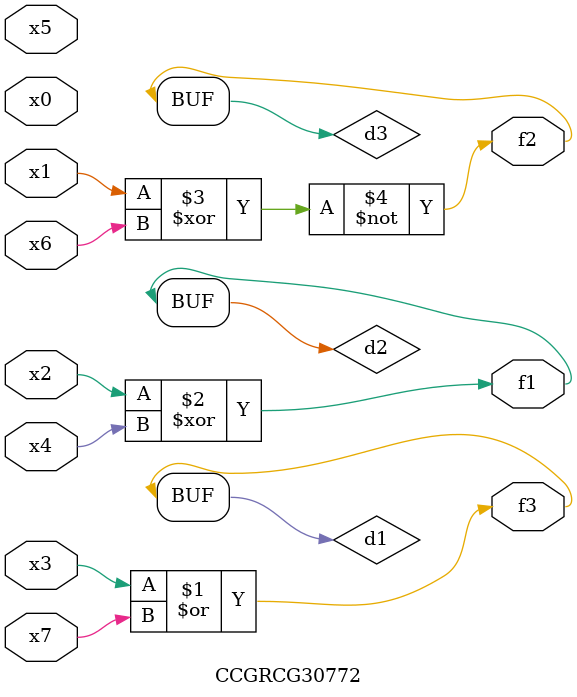
<source format=v>
module CCGRCG30772(
	input x0, x1, x2, x3, x4, x5, x6, x7,
	output f1, f2, f3
);

	wire d1, d2, d3;

	or (d1, x3, x7);
	xor (d2, x2, x4);
	xnor (d3, x1, x6);
	assign f1 = d2;
	assign f2 = d3;
	assign f3 = d1;
endmodule

</source>
